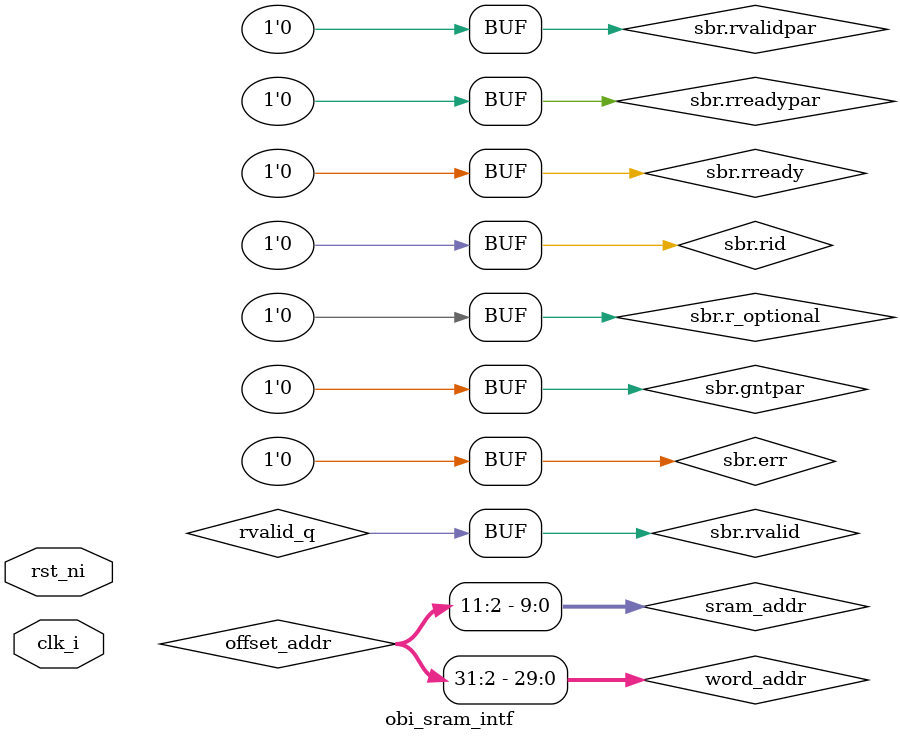
<source format=sv>
module obi_sram_intf #(
    parameter  int unsigned NumWords  = 32'd1024,
    parameter  int unsigned DataWidth = 32'd32,
    parameter  int unsigned BaseAddr  = 32'h0,
    localparam int unsigned ByteWidth = 32'h8,
    localparam int unsigned AddrWidth = (NumWords > 32'd1) ? $clog2(NumWords) : 32'd1,
    localparam int unsigned BeWidth   = (DataWidth + ByteWidth - 32'd1) / ByteWidth
) (
    input logic clk_i,
    input logic rst_ni,
    OBI_BUS.Subordinate sbr
);

  localparam int unsigned NumPorts = 1;
  localparam int unsigned Latency = 1;
  localparam SimInit = "random";

  logic [31:0] offset_addr;
  logic [29:0] word_addr;
  logic [AddrWidth-1:0] sram_addr;

  logic rvalid_q;

  assign offset_addr = sbr.addr - BaseAddr;
  assign word_addr   = offset_addr[31:2];
  assign sram_addr   = word_addr[AddrWidth-1:0];

  // Assume zero-wait state memory -> rvalid follows req immediately
  always_ff @(posedge clk_i) begin
    if (~rst_ni) begin
      rvalid_q <= 1'b0;
    end else begin
      rvalid_q <= sbr.req;
    end
  end

  tc_sram #(
      .NumWords (NumWords),
      .DataWidth(DataWidth),
      .ByteWidth(ByteWidth),
      .NumPorts (NumPorts),
      .Latency  (Latency),
      .SimInit  (SimInit),
      .ImplKey  ("zeroheti_lp_sram")
  ) i_sram (
      .clk_i,
      .rst_ni,
      .req_i  (sbr.req),
      .we_i   (sbr.we),
      .be_i   (sbr.be),
      .addr_i (sram_addr),
      .wdata_i(sbr.wdata),
      .rdata_o(sbr.rdata)
  );

  assign sbr.gnt    = sbr.req;
  assign sbr.rvalid = rvalid_q;

  // Tie off unused parts
  assign sbr.gntpar = 1'b0;
  assign sbr.rvalidpar = 1'b0;
  assign sbr.rready = 1'b0;
  assign sbr.rreadypar = 1'b0;
  assign sbr.rid = 1'b0;
  assign sbr.r_optional = 1'b0;
  assign sbr.err    = 1'b0;

endmodule : obi_sram_intf


</source>
